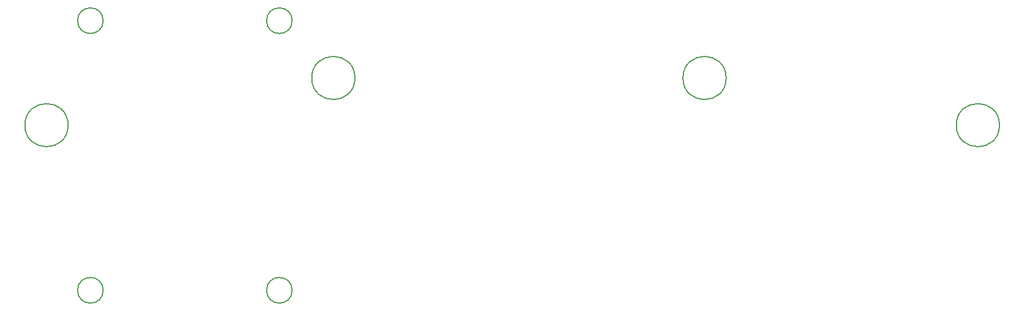
<source format=gbr>
%TF.GenerationSoftware,KiCad,Pcbnew,8.0.7*%
%TF.CreationDate,2025-04-13T15:12:29-04:00*%
%TF.ProjectId,control,636f6e74-726f-46c2-9e6b-696361645f70,rev?*%
%TF.SameCoordinates,Original*%
%TF.FileFunction,Other,Comment*%
%FSLAX46Y46*%
G04 Gerber Fmt 4.6, Leading zero omitted, Abs format (unit mm)*
G04 Created by KiCad (PCBNEW 8.0.7) date 2025-04-13 15:12:29*
%MOMM*%
%LPD*%
G01*
G04 APERTURE LIST*
%ADD10C,0.150000*%
G04 APERTURE END LIST*
D10*
%TO.C,H1*%
X84200000Y-105000000D02*
G75*
G02*
X77800000Y-105000000I-3200000J0D01*
G01*
X77800000Y-105000000D02*
G75*
G02*
X84200000Y-105000000I3200000J0D01*
G01*
%TO.C,H5*%
X117400000Y-89500000D02*
G75*
G02*
X113600000Y-89500000I-1900000J0D01*
G01*
X113600000Y-89500000D02*
G75*
G02*
X117400000Y-89500000I1900000J0D01*
G01*
%TO.C,H4*%
X181700000Y-98000000D02*
G75*
G02*
X175300000Y-98000000I-3200000J0D01*
G01*
X175300000Y-98000000D02*
G75*
G02*
X181700000Y-98000000I3200000J0D01*
G01*
%TO.C,H7*%
X117400000Y-129500000D02*
G75*
G02*
X113600000Y-129500000I-1900000J0D01*
G01*
X113600000Y-129500000D02*
G75*
G02*
X117400000Y-129500000I1900000J0D01*
G01*
%TO.C,H2*%
X222200000Y-105000000D02*
G75*
G02*
X215800000Y-105000000I-3200000J0D01*
G01*
X215800000Y-105000000D02*
G75*
G02*
X222200000Y-105000000I3200000J0D01*
G01*
%TO.C,H8*%
X89400000Y-129500000D02*
G75*
G02*
X85600000Y-129500000I-1900000J0D01*
G01*
X85600000Y-129500000D02*
G75*
G02*
X89400000Y-129500000I1900000J0D01*
G01*
%TO.C,H6*%
X89400000Y-89500000D02*
G75*
G02*
X85600000Y-89500000I-1900000J0D01*
G01*
X85600000Y-89500000D02*
G75*
G02*
X89400000Y-89500000I1900000J0D01*
G01*
%TO.C,H3*%
X126700000Y-98000000D02*
G75*
G02*
X120300000Y-98000000I-3200000J0D01*
G01*
X120300000Y-98000000D02*
G75*
G02*
X126700000Y-98000000I3200000J0D01*
G01*
%TD*%
M02*

</source>
